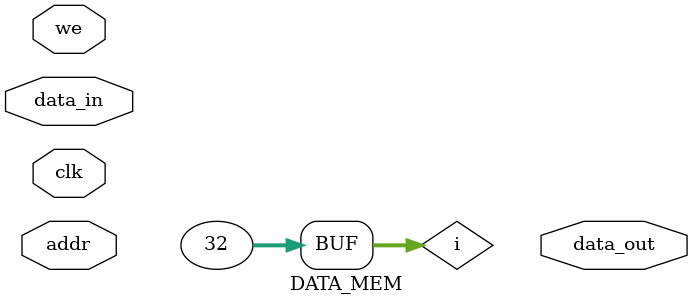
<source format=v>
`timescale 1ns / 1ps


module DATA_MEM(
	input[31:0] addr,data_in,
	input clk,we,
	output[31:0] data_out
    );

	reg[31:0] ram[0:31];

	always @(posedge clk) begin
		if(we) ram[addr] = data_in;
	end

	integer i;
	initial begin
		for (i=0;i<32;i=i+1)
			ram[i] = 32'b0;
		ram[5'h14] = 32'h000000a3;
		ram[5'h15] = 32'h00000027;
		ram[5'h16] = 32'h00000079;
		ram[5'h17] = 32'h00000115;
	end
	
endmodule
</source>
